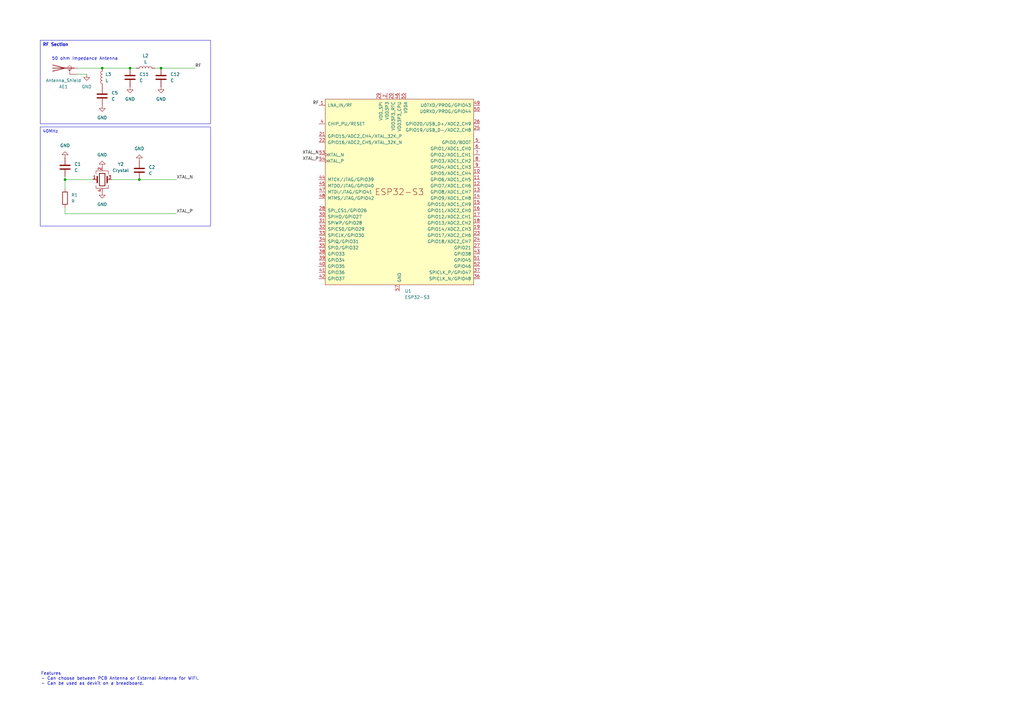
<source format=kicad_sch>
(kicad_sch (version 20231120) (generator "eeschema") (generator_version "8.0")
  (paper "A3")
  (title_block (title "SAC25 Ground Station") (company "Chulalongkorn University High Altitude Research Club"))
  (lib_symbols
    (symbol "Device:Antenna_Shield" (pin_numbers hide) (pin_names (offset 1.016) hide)
      (property "Reference" "AE" (at -1.905 4.445 0))
      (property "Value" "Antenna_Shield" (at -1.905 2.54 0))
      (symbol "Antenna_Shield_0_1"
        (arc (start -0.508 -1.143) (mid -0.8429 -2.1194) (end 0 -2.667))
        (arc (start 0 -2.667) (mid 0.7989 -2.1052) (end 0.508 -1.143))
        (polyline (pts (xy 0 -2.54) (xy 0 0)))
        (polyline (pts (xy 0 5.08) (xy 0 -3.81)) (stroke (width 0.254)))
        (polyline (pts (xy 0.762 -1.905) (xy 2.54 -1.905)))
        (polyline (pts (xy 2.54 -2.54) (xy 2.54 -1.905)))
        (polyline (pts (xy 1.27 5.08) (xy 0 0) (xy -1.27 5.08)) (stroke (width 0.254)))
        (circle (center 0.762 -1.905) (radius 0.1778) (fill (type outline)))
      )
      (symbol "Antenna_Shield_1_1"
        (pin input line (at 0 -5.08 90) (length 2.54) (name "A") (number "1"))
        (pin input line (at 2.54 -5.08 90) (length 2.54) (name "Shield") (number "2"))
      )
    )
    (symbol "Device:C" (pin_numbers hide) (pin_names (offset 0.254))
      (property "Reference" "C" (at 0.635 2.54 0))
      (property "Value" "C" (at 0.635 -2.54 0))
      (symbol "C_0_1"
        (polyline (pts (xy -2.032 -0.762) (xy 2.032 -0.762)) (stroke (width 0.508)))
        (polyline (pts (xy -2.032 0.762) (xy 2.032 0.762)) (stroke (width 0.508)))
      )
      (symbol "C_1_1"
        (pin passive line (at 0 3.81 270) (length 2.794) (name "~") (number "1"))
        (pin passive line (at 0 -3.81 90) (length 2.794) (name "~") (number "2"))
      )
    )
    (symbol "Device:Crystal_GND24" (pin_names (offset 1.016) hide)
      (property "Reference" "Y" (at 3.175 5.08 0))
      (property "Value" "Crystal_GND24" (at 3.175 3.175 0))
      (symbol "Crystal_GND24_0_1"
        (rectangle (start -1.143 2.54) (end 1.143 -2.54) (stroke (width 0.3048)))
        (polyline (pts (xy -2.54 0) (xy -2.032 0)))
        (polyline (pts (xy -2.032 -1.27) (xy -2.032 1.27)) (stroke (width 0.508)))
        (polyline (pts (xy 0 -3.81) (xy 0 -3.556)))
        (polyline (pts (xy 0 3.556) (xy 0 3.81)))
        (polyline (pts (xy 2.032 -1.27) (xy 2.032 1.27)) (stroke (width 0.508)))
        (polyline (pts (xy 2.032 0) (xy 2.54 0)))
        (polyline (pts (xy -2.54 -2.286) (xy -2.54 -3.556) (xy 2.54 -3.556) (xy 2.54 -2.286)))
        (polyline (pts (xy -2.54 2.286) (xy -2.54 3.556) (xy 2.54 3.556) (xy 2.54 2.286)))
      )
      (symbol "Crystal_GND24_1_1"
        (pin passive line (at -3.81 0 0) (length 1.27) (name "1") (number "1"))
        (pin passive line (at 0 5.08 270) (length 1.27) (name "2") (number "2"))
        (pin passive line (at 3.81 0 180) (length 1.27) (name "3") (number "3"))
        (pin passive line (at 0 -5.08 90) (length 1.27) (name "4") (number "4"))
      )
    )
    (symbol "Device:L" (pin_numbers hide) (pin_names (offset 1.016) hide)
      (property "Reference" "L" (at -1.27 0 90))
      (property "Value" "L" (at 1.905 0 90))
      (symbol "L_0_1"
        (arc (start 0 -2.54) (mid 0.6323 -1.905) (end 0 -1.27))
        (arc (start 0 -1.27) (mid 0.6323 -0.635) (end 0 0))
        (arc (start 0 0) (mid 0.6323 0.635) (end 0 1.27))
        (arc (start 0 1.27) (mid 0.6323 1.905) (end 0 2.54))
      )
      (symbol "L_1_1"
        (pin passive line (at 0 3.81 270) (length 1.27) (name "1") (number "1"))
        (pin passive line (at 0 -3.81 90) (length 1.27) (name "2") (number "2"))
      )
    )
    (symbol "Device:R" (pin_numbers hide) (pin_names (offset 0))
      (property "Reference" "R" (at 2.032 0 90))
      (property "Value" "R" (at 0 0 90))
      (symbol "R_0_1"
        (rectangle (start -1.016 -2.54) (end 1.016 2.54) (stroke (width 0.254)))
      )
      (symbol "R_1_1"
        (pin passive line (at 0 3.81 270) (length 1.27) (name "~") (number "1"))
        (pin passive line (at 0 -3.81 90) (length 1.27) (name "~") (number "2"))
      )
    )
    (symbol "PCM_Espressif:ESP32-S3" (pin_names (offset 1.016))
      (property "Reference" "U" (at -30.48 43.18 0))
      (property "Value" "ESP32-S3" (at -30.48 40.64 0))
      (symbol "ESP32-S3_0_0"
        (text "ESP32-S3" (at 0 0 0) (effects (font (size 2.54 2.54))))
        (pin bidirectional line (at 33.02 -35.56 180) (length 2.54) (name "SPICLK_N/GPIO48") (number "36"))
        (pin bidirectional line (at 33.02 -33.02 180) (length 2.54) (name "SPICLK_P/GPIO47") (number "37"))
      )
      (symbol "ESP32-S3_0_1"
        (rectangle (start -30.48 38.1) (end 30.48 -38.1) (fill (type background)))
      )
      (symbol "ESP32-S3_1_1"
        (pin bidirectional line (at -33.02 35.56 0) (length 2.54) (name "LNA_IN/RF") (number "1"))
        (pin bidirectional line (at 33.02 7.62 180) (length 2.54) (name "GPIO5/ADC1_CH4") (number "10"))
        (pin bidirectional line (at 33.02 5.08 180) (length 2.54) (name "GPIO6/ADC1_CH5") (number "11"))
        (pin bidirectional line (at 33.02 2.54 180) (length 2.54) (name "GPIO7/ADC1_CH6") (number "12"))
        (pin bidirectional line (at 33.02 0 180) (length 2.54) (name "GPIO8/ADC1_CH7") (number "13"))
        (pin bidirectional line (at 33.02 -2.54 180) (length 2.54) (name "GPIO9/ADC1_CH8") (number "14"))
        (pin bidirectional line (at 33.02 -5.08 180) (length 2.54) (name "GPIO10/ADC1_CH9") (number "15"))
        (pin bidirectional line (at 33.02 -7.62 180) (length 2.54) (name "GPIO11/ADC2_CH0") (number "16"))
        (pin bidirectional line (at 33.02 -10.16 180) (length 2.54) (name "GPIO12/ADC2_CH1") (number "17"))
        (pin bidirectional line (at 33.02 -12.7 180) (length 2.54) (name "GPIO13/ADC2_CH2") (number "18"))
        (pin bidirectional line (at 33.02 -15.24 180) (length 2.54) (name "GPIO14/ADC2_CH3") (number "19"))
        (pin power_in line (at -5.08 40.64 270) (length 2.54) (name "VDD3P3") (number "2"))
        (pin power_in line (at -2.54 40.64 270) (length 2.54) (name "VDD3P3_RTC") (number "20"))
        (pin bidirectional line (at -33.02 22.86 0) (length 2.54) (name "GPIO15/ADC2_CH4/XTAL_32K_P") (number "21"))
        (pin bidirectional line (at -33.02 20.32 0) (length 2.54) (name "GPIO16/ADC2_CH5/XTAL_32K_N") (number "22"))
        (pin bidirectional line (at 33.02 -17.78 180) (length 2.54) (name "GPIO17/ADC2_CH6") (number "23"))
        (pin bidirectional line (at 33.02 -20.32 180) (length 2.54) (name "GPIO18/ADC2_CH7") (number "24"))
        (pin bidirectional line (at 33.02 25.4 180) (length 2.54) (name "GPIO19/USB_D-/ADC2_CH8") (number "25"))
        (pin bidirectional line (at 33.02 27.94 180) (length 2.54) (name "GPIO20/USB_D+/ADC2_CH9") (number "26"))
        (pin bidirectional line (at 33.02 -22.86 180) (length 2.54) (name "GPIO21") (number "27"))
        (pin bidirectional line (at -33.02 -7.62 0) (length 2.54) (name "SPI_CS1/GPIO26") (number "28"))
        (pin power_out line (at -7.62 40.64 270) (length 2.54) (name "VDD_SPI") (number "29"))
        (pin power_in line (at -5.08 40.64 270) (length 2.54) hide (name "VDD3P3") (number "3"))
        (pin bidirectional line (at -33.02 -10.16 0) (length 2.54) (name "SPIHD/GPIO27") (number "30"))
        (pin bidirectional line (at -33.02 -12.7 0) (length 2.54) (name "SPIWP/GPIO28") (number "31"))
        (pin bidirectional line (at -33.02 -15.24 0) (length 2.54) (name "SPICS0/GPIO29") (number "32"))
        (pin bidirectional line (at -33.02 -17.78 0) (length 2.54) (name "SPICLK/GPIO30") (number "33"))
        (pin bidirectional line (at -33.02 -20.32 0) (length 2.54) (name "SPIQ/GPIO31") (number "34"))
        (pin bidirectional line (at -33.02 -22.86 0) (length 2.54) (name "SPID/GPIO32") (number "35"))
        (pin bidirectional line (at -33.02 -25.4 0) (length 2.54) (name "GPIO33") (number "38"))
        (pin bidirectional line (at -33.02 -27.94 0) (length 2.54) (name "GPIO34") (number "39"))
        (pin input line (at -33.02 27.94 0) (length 2.54) (name "CHIP_PU/RESET") (number "4"))
        (pin bidirectional line (at -33.02 -30.48 0) (length 2.54) (name "GPIO35") (number "40"))
        (pin bidirectional line (at -33.02 -33.02 0) (length 2.54) (name "GPIO36") (number "41"))
        (pin bidirectional line (at -33.02 -35.56 0) (length 2.54) (name "GPIO37") (number "42"))
        (pin bidirectional line (at 33.02 -25.4 180) (length 2.54) (name "GPIO38") (number "43"))
        (pin bidirectional line (at -33.02 5.08 0) (length 2.54) (name "MTCK/JTAG/GPIO39") (number "44"))
        (pin bidirectional line (at -33.02 2.54 0) (length 2.54) (name "MTDO/JTAG/GPIO40") (number "45"))
        (pin power_in line (at 0 40.64 270) (length 2.54) (name "VDD3P3_CPU") (number "46"))
        (pin bidirectional line (at -33.02 0 0) (length 2.54) (name "MTDI/JTAG/GPIO41") (number "47"))
        (pin bidirectional line (at -33.02 -2.54 0) (length 2.54) (name "MTMS/JTAG/GPIO42") (number "48"))
        (pin bidirectional line (at 33.02 35.56 180) (length 2.54) (name "U0TXD/PROG/GPIO43") (number "49"))
        (pin bidirectional line (at 33.02 20.32 180) (length 2.54) (name "GPIO0/BOOT") (number "5"))
        (pin bidirectional line (at 33.02 33.02 180) (length 2.54) (name "U0RXD/PROG/GPIO44") (number "50"))
        (pin bidirectional line (at 33.02 -27.94 180) (length 2.54) (name "GPIO45") (number "51"))
        (pin bidirectional line (at 33.02 -30.48 180) (length 2.54) (name "GPIO46") (number "52"))
        (pin input clock (at -33.02 15.24 0) (length 2.54) (name "XTAL_N") (number "53"))
        (pin output clock (at -33.02 12.7 0) (length 2.54) (name "XTAL_P") (number "54"))
        (pin power_in line (at 2.54 40.64 270) (length 2.54) (name "VDDA") (number "55"))
        (pin passive line (at 2.54 40.64 270) (length 2.54) hide (name "VDDA") (number "56"))
        (pin power_in line (at 0 -40.64 90) (length 2.54) (name "GND") (number "57"))
        (pin bidirectional line (at 33.02 17.78 180) (length 2.54) (name "GPIO1/ADC1_CH0") (number "6"))
        (pin bidirectional line (at 33.02 15.24 180) (length 2.54) (name "GPIO2/ADC1_CH1") (number "7"))
        (pin bidirectional line (at 33.02 12.7 180) (length 2.54) (name "GPIO3/ADC1_CH2") (number "8"))
        (pin bidirectional line (at 33.02 10.16 180) (length 2.54) (name "GPIO4/ADC1_CH3") (number "9"))
      )
    )
    (symbol "power:GND" (power) (pin_numbers hide) (pin_names (offset 0) hide)
      (property "Value" "GND" (at 0 -3.81 0))
      (symbol "GND_0_1"
        (polyline (pts (xy 0 0) (xy 0 -1.27) (xy 1.27 -1.27) (xy 0 -2.54) (xy -1.27 -1.27) (xy 0 -1.27)))
      )
      (symbol "GND_1_1"
        (pin power_in line (at 0 0 270) (length 0) (name "~") (number "1"))
      )
    )
  )
  (junction (at 26.67 73.66))
  (junction (at 41.91 27.94))
  (junction (at 66.04 27.94))
  (junction (at 57.15 73.66))
  (junction (at 53.34 27.94))
  (wire (pts (xy 66.04 27.94) (xy 80.01 27.94)))
  (wire (pts (xy 26.67 72.39) (xy 26.67 73.66)))
  (wire (pts (xy 57.15 73.66) (xy 72.39 73.66)))
  (wire (pts (xy 45.72 73.66) (xy 57.15 73.66)))
  (wire (pts (xy 26.67 73.66) (xy 26.67 77.47)))
  (wire (pts (xy 72.39 87.63) (xy 26.67 87.63)))
  (wire (pts (xy 26.67 73.66) (xy 38.1 73.66)))
  (wire (pts (xy 53.34 27.94) (xy 55.88 27.94)))
  (wire (pts (xy 41.91 27.94) (xy 53.34 27.94)))
  (wire (pts (xy 66.04 27.94) (xy 63.5 27.94)))
  (wire (pts (xy 26.67 87.63) (xy 26.67 85.09)))
  (wire (pts (xy 31.75 27.94) (xy 41.91 27.94)))
  (wire (pts (xy 31.75 30.48) (xy 35.56 30.48)))
  (text_box "40MHz\n" (at 16.51 52.07 0) (size 69.85 40.64) (effects (font (size 1.27 1.27)) (justify left top)))
  (text_box "RF Section\n" (at 16.51 16.51 0) (size 69.85 34.29) (effects (font (size 1.27 1.27) (thickness 0.254) (bold yes)) (justify left top)))
  (text "Features\n- Can choose between PCB Antenna or External Antenna for WIFI.\n- Can be used as devkit on a breadboard.\n" (at 16.764 278.384 0) (effects (font (size 1.27 1.27)) (justify left)))
  (text "50 ohm Impedance Antenna\n" (at 34.798 24.13 0) (effects (font (size 1.27 1.27))))
  (label "RF" (at 80.01 27.94 0))
  (label "XTAL_N" (at 72.39 73.66 0))
  (label "RF" (at 130.81 43.18 180))
  (label "XTAL_N" (at 130.81 63.5 180))
  (label "XTAL_P" (at 72.39 87.63 0))
  (label "XTAL_P" (at 130.81 66.04 180))
  (symbol (lib_id "power:GND") (at 26.67 64.77 180) (unit 1)
    (property "Reference" "#PWR07" (effects (hide yes)))
    (property "Value" "GND" (at 26.67 59.69 0))
    (property "Description" "Power symbol creates a global label with name \"GND\" , ground" (effects (hide yes)))
  )
  (symbol (lib_id "Device:Antenna_Shield") (at 26.67 27.94 90) (mirror x) (unit 1)
    (property "Reference" "AE1" (at 26.035 35.56 90))
    (property "Value" "Antenna_Shield" (at 26.035 33.02 90))
    (property "Description" "Antenna with extra pin for shielding" (effects (hide yes)))
  )
  (symbol (lib_id "Device:Crystal_GND24") (at 41.91 73.66 0) (unit 1)
    (property "Reference" "Y2" (at 49.53 67.3414 0))
    (property "Value" "Crystal" (at 49.53 69.8814 0))
    (property "Description" "Four pin crystal, GND on pins 2 and 4" (effects (hide yes)))
  )
  (symbol (lib_id "power:GND") (at 53.34 35.56 0) (unit 1)
    (property "Reference" "#PWR01" (effects (hide yes)))
    (property "Value" "GND" (at 53.34 40.64 0))
    (property "Description" "Power symbol creates a global label with name \"GND\" , ground" (effects (hide yes)))
  )
  (symbol (lib_id "Device:L") (at 41.91 31.75 180) (unit 1)
    (property "Reference" "L3" (at 43.18 30.4799 0) (effects (justify right)))
    (property "Value" "L" (at 43.18 33.0199 0) (effects (justify right)))
    (property "Description" "Inductor" (effects (hide yes)))
  )
  (symbol (lib_id "power:GND") (at 57.15 66.04 180) (unit 1)
    (property "Reference" "#PWR08" (effects (hide yes)))
    (property "Value" "GND" (at 57.15 60.96 0))
    (property "Description" "Power symbol creates a global label with name \"GND\" , ground" (effects (hide yes)))
  )
  (symbol (lib_id "power:GND") (at 35.56 30.48 0) (unit 1)
    (property "Reference" "#PWR04" (effects (hide yes)))
    (property "Value" "GND" (at 35.56 35.56 0))
    (property "Description" "Power symbol creates a global label with name \"GND\" , ground" (effects (hide yes)))
  )
  (symbol (lib_id "Device:C") (at 26.67 68.58 0) (unit 1)
    (property "Reference" "C1" (at 30.48 67.3099 0) (effects (justify left)))
    (property "Value" "C" (at 30.48 69.8499 0) (effects (justify left)))
    (property "Description" "Unpolarized capacitor" (effects (hide yes)))
  )
  (symbol (lib_id "Device:C") (at 41.91 39.37 0) (unit 1)
    (property "Reference" "C5" (at 45.72 38.0999 0) (effects (justify left)))
    (property "Value" "C" (at 45.72 40.6399 0) (effects (justify left)))
    (property "Description" "Unpolarized capacitor" (effects (hide yes)))
  )
  (symbol (lib_id "Device:C") (at 66.04 31.75 0) (unit 1)
    (property "Reference" "C12" (at 69.85 30.4799 0) (effects (justify left)))
    (property "Value" "C" (at 69.85 33.0199 0) (effects (justify left)))
    (property "Description" "Unpolarized capacitor" (effects (hide yes)))
  )
  (symbol (lib_id "Device:C") (at 57.15 69.85 0) (unit 1)
    (property "Reference" "C2" (at 60.96 68.5799 0) (effects (justify left)))
    (property "Value" "C" (at 60.96 71.1199 0) (effects (justify left)))
    (property "Description" "Unpolarized capacitor" (effects (hide yes)))
  )
  (symbol (lib_id "Device:L") (at 59.69 27.94 90) (unit 1)
    (property "Reference" "L2" (at 59.69 22.86 90))
    (property "Value" "L" (at 59.69 25.4 90))
    (property "Description" "Inductor" (effects (hide yes)))
  )
  (symbol (lib_id "power:GND") (at 41.91 68.58 180) (unit 1)
    (property "Reference" "#PWR06" (effects (hide yes)))
    (property "Value" "GND" (at 41.91 63.5 0))
    (property "Description" "Power symbol creates a global label with name \"GND\" , ground" (effects (hide yes)))
  )
  (symbol (lib_id "PCM_Espressif:ESP32-S3") (at 163.83 78.74 0) (unit 1)
    (property "Reference" "U1" (at 166.0241 119.38 0) (effects (justify left)))
    (property "Value" "ESP32-S3" (at 166.0241 121.92 0) (effects (justify left)))
    (property "Footprint" "Package_DFN_QFN:QFN-56-1EP_7x7mm_P0.4mm_EP5.6x5.6mm" (effects (hide yes)))
    (property "Datasheet" "https://www.espressif.com/sites/default/files/documentation/esp32-s3_datasheet_en.pdf" (effects (hide yes)))
    (property "Description" "ESP32-S3 is a low-power MCU-based system-on-chip (SoC) that supports 2.4 GHz Wi-Fi and Bluetooth® Low Energy (Bluetooth LE). It consists of high-performance dual-core microprocessor (Xtensa® 32-bit LX7), a low power coprocessor, a Wi-Fi baseband, a Bluetooth LE baseband, RF module, and peripherals." (effects (hide yes)))
  )
  (symbol (lib_id "power:GND") (at 41.91 43.18 0) (unit 1)
    (property "Reference" "#PWR03" (effects (hide yes)))
    (property "Value" "GND" (at 41.91 48.26 0))
    (property "Description" "Power symbol creates a global label with name \"GND\" , ground" (effects (hide yes)))
  )
  (symbol (lib_id "power:GND") (at 66.04 35.56 0) (unit 1)
    (property "Reference" "#PWR02" (effects (hide yes)))
    (property "Value" "GND" (at 66.04 40.64 0))
    (property "Description" "Power symbol creates a global label with name \"GND\" , ground" (effects (hide yes)))
  )
  (symbol (lib_id "Device:R") (at 26.67 81.28 0) (unit 1)
    (property "Reference" "R1" (at 29.21 80.0099 0) (effects (justify left)))
    (property "Value" "R" (at 29.21 82.5499 0) (effects (justify left)))
    (property "Description" "Resistor" (effects (hide yes)))
  )
  (symbol (lib_id "Device:C") (at 53.34 31.75 0) (unit 1)
    (property "Reference" "C11" (at 57.15 30.4799 0) (effects (justify left)))
    (property "Value" "C" (at 57.15 33.0199 0) (effects (justify left)))
    (property "Description" "Unpolarized capacitor" (effects (hide yes)))
  )
  (symbol (lib_id "power:GND") (at 41.91 78.74 0) (unit 1)
    (property "Reference" "#PWR05" (effects (hide yes)))
    (property "Value" "GND" (at 41.91 83.82 0))
    (property "Description" "Power symbol creates a global label with name \"GND\" , ground" (effects (hide yes)))
  )
)
</source>
